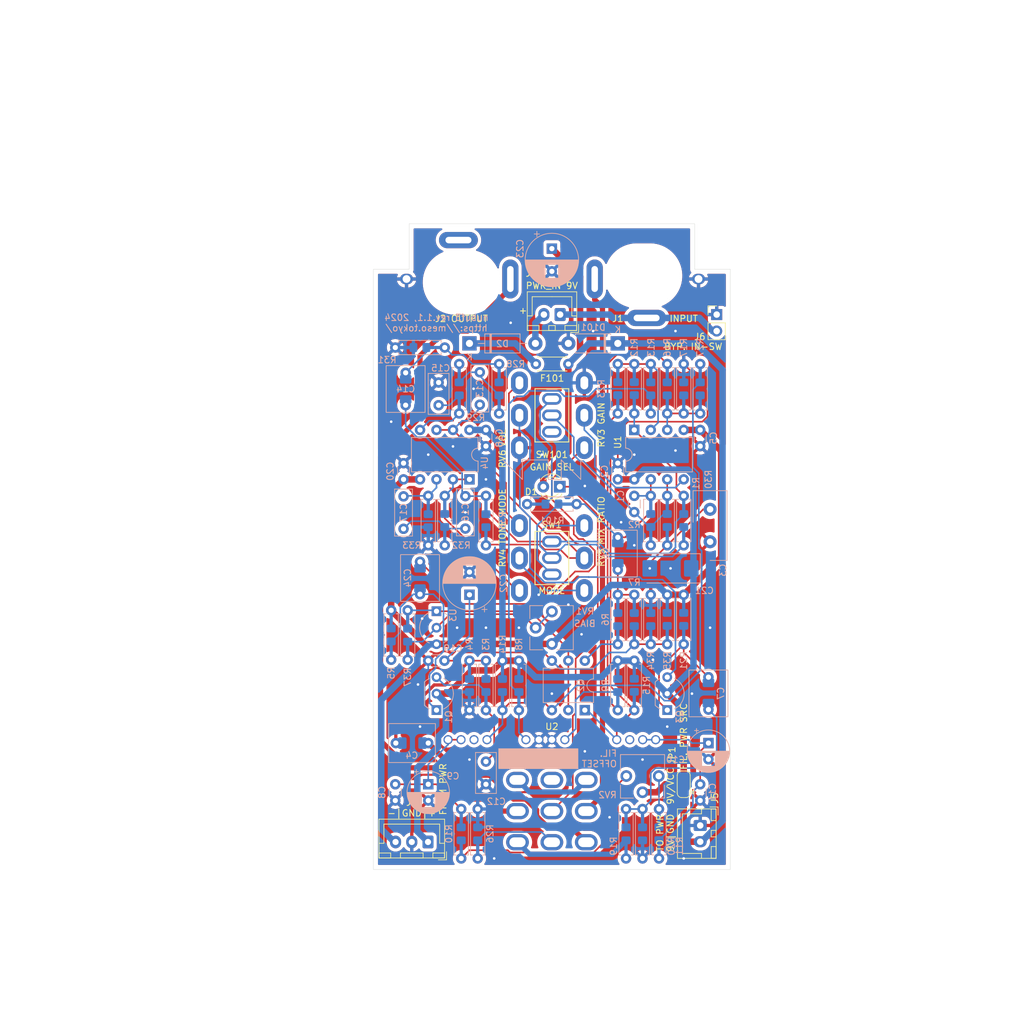
<source format=kicad_pcb>
(kicad_pcb (version 20211014) (generator pcbnew)
  (layers (0 "F.Cu" signal) (31 "B.Cu" signal) (34 "B.Paste" user) (35 "F.Paste" user) (36 "B.SilkS" user "B.Silkscreen") (37 "F.SilkS" user "F.Silkscreen") (38 "B.Mask" user) (39 "F.Mask" user) (44 "Edge.Cuts" user))
  (net 0 "")
  (net 1 "drive_output")
  (net 2 "Net-(R30-Pad2)")
  (net 3 "GND")
  (net 4 "VCC")
  (net 5 "input")
  (net 6 "Net-(C4-Pad2)")
  (net 7 "VEE")
  (net 8 "dry_signal")
  (net 9 "Net-(C6-Pad2)")
  (net 10 "Net-(C7-Pad1)")
  (net 11 "Net-(C7-Pad2)")
  (net 12 "Net-(C8-Pad1)")
  (net 13 "Net-(C10-Pad1)")
  (net 14 "HPF_OUT")
  (net 15 "Net-(RV4-Pad2)")
  (net 16 "LPF_OUT")
  (net 17 "Net-(RV3-Pad2)")
  (net 18 "GND_SW")
  (net 19 "neg_signal")
  (net 20 "Ic")
  (net 21 "pos_signal")
  (net 23 "buffered_signal")
  (net 24 "out_minus")
  (net 25 "out_plus")
  (net 26 "Net-(R10-Pad1)")
  (net 27 "Net-(R12-Pad1)")
  (net 28 "Net-(R16-Pad1)")
  (net 29 "output")
  (net 30 "Net-(Q3-Pad3)")
  (net 31 "jack_in")
  (net 32 "jack_out")
  (net 33 "raw_output")
  (net 35 "Net-(R37-Pad1)")
  (net 36 "Net-(JP1-Pad2)")
  (net 37 "Net-(R11-Pad1)")
  (net 38 "Net-(R26-Pad1)")
  (net 39 "Net-(C13-Pad1)")
  (net 40 "Net-(C14-Pad2)")
  (net 41 "Net-(C15-Pad1)")
  (net 42 "Net-(C16-Pad2)")
  (net 43 "Net-(C17-Pad2)")
  (net 44 "V_bias")
  (net 45 "Net-(C1-Pad1)")
  (net 46 "Net-(C12-Pad1)")
  (net 47 "Net-(C21-Pad2)")
  (net 48 "+9V")
  (net 49 "Net-(D2-Pad2)")
  (net 50 "Net-(D1-Pad1)")
  (net 51 "Net-(SW2-Pad1)")
  (net 52 "Net-(R101-Pad2)")
  (net 53 "Net-(C24-Pad2)")
  (net 54 "Net-(C24-Pad1)")
  (net 55 "Net-(D2-Pad1)")
  (footprint "ak_misc:MJ-187" (layer "F.Cu") (at 109.1 48 180)
    (fp_text reference "J2")
    (fp_text value "OUTPUT_JACK")
  )
  (footprint "ak_misc:POT-16mm" (layer "F.Cu") (at 105.5 91 90)
    (fp_text reference "RV4")
    (fp_text value "TONE:10k")
  )
  (footprint "ak_misc:POT-16mm" (layer "F.Cu") (at 141.5 69 -90)
    (fp_text reference "RV3")
    (fp_text value "GAIN:A10k")
  )
  (footprint "ak_misc:MJ-187" (layer "F.Cu") (at 138.1 48)
    (fp_text reference "J1")
    (fp_text value "INPUT_JACK")
  )
  (footprint "Connector_JST:JST_XH_B3B-XH-A_1x03_P2.50mm_Vertical" (layer "F.Cu") (at 104.41 134.76 180)
    (fp_text reference "J3")
    (fp_text value "FROM_DCDC")
  )
  (footprint "nutube:nutube-3x4pin" (layer "F.Cu") (at 123.5 119)
    (fp_text reference "U2")
    (fp_text value "nutube")
  )
  (footprint "ak_misc:spdt-sw-micro" (layer "F.Cu") (at 123.5 91 -90)
    (fp_text reference "SW1")
    (fp_text value "SW_SPDT:DRY_MIX")
  )
  (footprint "Connector_JST:JST_XH_B2B-XH-A_1x02_P2.50mm_Vertical" (layer "F.Cu") (at 124.77 53.48 180)
    (fp_text reference "J4")
    (fp_text value "POWER_IN")
  )
  (footprint "Connector_PinHeader_2.54mm:PinHeader_1x02_P2.54mm_Vertical" (layer "F.Cu") (at 148.9 53.48)
    (fp_text reference "J6")
    (fp_text value "PWR_SW")
  )
  (footprint "ak_misc:POT-16mm" (layer "F.Cu") (at 141.5 91 -90)
    (fp_text reference "RV5")
    (fp_text value "CUT:10k")
  )
  (footprint "Jumper:SolderJumper-3_P1.3mm_Bridged12_RoundedPad1.0x1.5mm" (layer "F.Cu") (at 143.82 125.87 90)
    (fp_text reference "JP1")
    (fp_text value "SELECT_HEATER_SRC")
  )
  (footprint "ak_misc:spdt-sw-micro" (layer "F.Cu") (at 123.5 69.01 90)
    (fp_text reference "SW101")
    (fp_text value "SW_SPDT")
  )
  (footprint "Connector_JST:JST_XH_B2B-XH-A_1x02_P2.50mm_Vertical" (layer "F.Cu") (at 146.36 132.22 -90)
    (fp_text reference "J5")
    (fp_text value "TO_DCDC")
  )
  (footprint "ak_misc:POT-16mm" (layer "F.Cu") (at 105.5 69 90)
    (fp_text reference "RV6")
    (fp_text value "OUTPUT:A10k")
  )
  (footprint "LED_THT:LED_D3.0mm" (layer "F.Cu") (at 124.719 80.01 180)
    (fp_text reference "D1")
    (fp_text value "LED")
  )
  (footprint "ak_misc:3PDT_FootSwitch" (layer "F.Cu") (at 123.5 130 -90)
    (fp_text reference "SW2")
    (fp_text value "3PDT_FootSwitch")
  )
  (footprint "Capacitor_THT:C_Disc_D4.3mm_W1.9mm_P5.00mm" (layer "F.Cu") (at 126.04 61.1 180)
    (fp_text reference "F101")
    (fp_text value "Polyfuse:0.1A")
  )
  (footprint "ak_misc:R_Axial_DIN0207_L6.3mm_D2.5mm_P7.62mm_with_SMD" (layer "B.Cu") (at 109.53 137.3 90)
    (fp_text reference "R10")
    (fp_text value "620")
  )
  (footprint "ak_misc:C_Rect_L7.2mm_W7.2mm_P5.00mm_with_SMD_3216" (layer "B.Cu") (at 100.965 67.45 90)
    (fp_text reference "C14")
    (fp_text value "1u")
  )
  (footprint "Capacitor_THT:CP_Radial_D6.3mm_P2.50mm" (layer "B.Cu") (at 147.63 119.52 -90)
    (fp_text reference "C10")
    (fp_text value "22u")
  )
  (footprint "Capacitor_THT:C_Disc_D3.0mm_W1.6mm_P2.50mm" (layer "B.Cu") (at 133.66 76.38 -90)
    (fp_text reference "C2")
    (fp_text value "0.1u")
  )
  (footprint "ak_misc:R_Axial_DIN0207_L6.3mm_D2.5mm_P7.62mm_with_SMD" (layer "B.Cu") (at 136.2 106.82 -90)
    (fp_text reference "R15")
    (fp_text value "10k")
  )
  (footprint "ak_misc:R_Axial_DIN0207_L6.3mm_D2.5mm_P7.62mm_with_SMD" (layer "B.Cu") (at 99.37 58.56)
    (fp_text reference "R31")
    (fp_text value "100k")
  )
  (footprint "Diode_THT:D_DO-41_SOD81_P7.62mm_Horizontal" (layer "B.Cu") (at 133.66 57.925 180)
    (fp_text reference "D101")
    (fp_text value "D_Zener:12V")
  )
  (footprint "Capacitor_THT:C_Disc_D3.0mm_W1.6mm_P2.50mm" (layer "B.Cu") (at 99.37 125.87 -90)
    (fp_text reference "C8")
    (fp_text value "0.1u")
  )
  (footprint "ak_misc:R_Axial_DIN0207_L6.3mm_D2.5mm_P7.62mm_with_SMD" (layer "B.Cu") (at 140.01 129.68 -90)
    (fp_text reference "R11")
    (fp_text value "620")
  )
  (footprint "Capacitor_THT:C_Rect_L7.0mm_W2.5mm_P5.00mm" (layer "B.Cu") (at 100.64 86.5 90)
    (fp_text reference "C17")
    (fp_text value "100n")
  )
  (footprint "ak_misc:C_Rect_L7.2mm_W7.2mm_P5.00mm_with_SMD_3216" (layer "B.Cu") (at 133.66 87.81 -90)
    (fp_text reference "C6")
    (fp_text value "1u")
  )
  (footprint "Package_TO_SOT_THT:TO-92_Inline_Wide" (layer "B.Cu") (at 105.72 114.44 90)
    (fp_text reference "Q1")
    (fp_text value "2SC1815")
  )
  (footprint "Capacitor_THT:CP_Radial_D8.0mm_P3.50mm" (layer "B.Cu") (at 123.5 43.32 -90)
    (fp_text reference "C23")
    (fp_text value "47u")
  )
  (footprint "Package_TO_SOT_THT:TO-92_Inline_Wide" (layer "B.Cu") (at 141.28 114.44 90)
    (fp_text reference "Q3")
    (fp_text value "2SC1815")
  )
  (footprint "Package_DIP:DIP-8_W7.62mm" (layer "B.Cu") (at 136.2 71.26 -90)
    (fp_text reference "U1")
    (fp_text value "TL072")
  )
  (footprint "ak_misc:R_Axial_DIN0207_L6.3mm_D2.5mm_P7.62mm_with_SMD" (layer "B.Cu") (at 98.735 99.06 -90)
    (fp_text reference "R5")
    (fp_text value "10k")
  )
  (footprint "ak_misc:R_Axial_DIN0207_L6.3mm_D2.5mm_P7.62mm_with_SMD" (layer "B.Cu") (at 146.36 68.72 90)
    (fp_text reference "R27")
    (fp_text value "NC")
  )
  (footprint "ak_misc:R_Axial_DIN0207_L6.3mm_D2.5mm_P7.62mm_with_SMD" (layer "B.Cu") (at 133.66 114.44 90)
    (fp_text reference "R9")
    (fp_text value "50k")
  )
  (footprint "ak_misc:C_Rect_F2D_L6.0mm_W3.0mm_P3.50mm" (layer "B.Cu") (at 113.34 122.37 -90)
    (fp_text reference "C12")
    (fp_text value "0.47n")
  )
  (footprint "ak_misc:GF063" (layer "B.Cu") (at 123.5 101.74 -90)
    (fp_text reference "RV1")
    (fp_text value "BIAS:200")
  )
  (footprint "Capacitor_THT:C_Disc_D3.0mm_W1.6mm_P2.50mm" (layer "B.Cu") (at 146.36 125.87 -90)
    (fp_text reference "C11")
    (fp_text value "0.1u")
  )
  (footprint "ak_misc:GF063" (layer "B.Cu") (at 137.47 124.6)
    (fp_text reference "RV2")
    (fp_text value "FIL_OFFSET:100R")
  )
  (footprint "Package_TO_SOT_THT:TO-92L_Inline_Wide" (layer "B.Cu") (at 105.72 99.2 -90)
    (fp_text reference "U3")
    (fp_text value "LM334Z")
  )
  (footprint "Capacitor_THT:C_Disc_D3.0mm_W1.6mm_P2.50mm" (layer "B.Cu") (at 136.2 83.92 90)
    (fp_text reference "C1")
    (fp_text value "10p")
  )
  (footprint "ak_misc:R_Axial_DIN0207_L6.3mm_D2.5mm_P7.62mm_with_SMD" (layer "B.Cu") (at 141.28 68.72 90)
    (fp_text reference "R16")
    (fp_text value "100k")
  )
  (footprint "Capacitor_THT:C_Rect_L7.0mm_W2.5mm_P5.00mm" (layer "B.Cu") (at 110.165 81.46 -90)
    (fp_text reference "C16")
    (fp_text value "100n")
  )
  (footprint "Capacitor_THT:C_Disc_D10.5mm_W5.0mm_P5.00mm" (layer "B.Cu") (at 147.884 88.492 90)
    (fp_text reference "C3")
    (fp_text value "NC")
  )
  (footprint "ak_misc:C_Rect_L7.2mm_W7.2mm_P5.00mm_with_SMD_3216" (layer "B.Cu") (at 103.18 96.58 90)
    (fp_text reference "C24")
    (fp_text value "NC")
  )
  (footprint "ak_misc:R_Axial_DIN0207_L6.3mm_D2.5mm_P7.62mm_with_SMD" (layer "B.Cu") (at 106.99 81.42 -90)
    (fp_text reference "R32")
    (fp_text value "1k")
  )
  (footprint "ak_misc:C_Rect_L7.2mm_W7.2mm_P5.00mm_with_SMD_3216" (layer "B.Cu") (at 147.63 109.36 -90)
    (fp_text reference "C7")
    (fp_text value "1u")
  )
  (footprint "ak_misc:R_Axial_DIN0207_L6.3mm_D2.5mm_P7.62mm_with_SMD" (layer "B.Cu") (at 143.82 68.72 90)
    (fp_text reference "R17")
    (fp_text value "100k")
  )
  (footprint "ak_misc:R_Axial_DIN0207_L6.3mm_D2.5mm_P7.62mm_with_SMD" (layer "B.Cu") (at 118.42 114.44 90)
    (fp_text reference "R8")
    (fp_text value "50k")
  )
  (footprint "ak_misc:R_Axial_DIN0207_L6.3mm_D2.5mm_P7.62mm_with_SMD" (layer "B.Cu") (at 138.74 68.72 90)
    (fp_text reference "R13")
    (fp_text value "100k")
  )
  (footprint "ak_misc:R_Axial_DIN0207_L6.3mm_D2.5mm_P7.62mm_with_SMD" (layer "B.Cu") (at 110.8 114.44 90)
    (fp_text reference "R4")
    (fp_text value "100k")
  )
  (footprint "Diode_THT:D_DO-41_SOD81_P10.16mm_Horizontal" (layer "B.Cu") (at 110.8 57.925)
    (fp_text reference "D2")
    (fp_text value "D_Schottky")
  )
  (footprint "Capacitor_THT:CP_Radial_D6.3mm_P2.50mm" (layer "B.Cu") (at 104.45 125.87 -90)
    (fp_text reference "C9")
    (fp_text value "22u")
  )
  (footprint "ak_misc:R_Axial_DIN0207_L6.3mm_D2.5mm_P7.62mm_with_SMD" (layer "B.Cu") (at 137.47 137.3 90)
    (fp_text reference "R20")
    (fp_text value "1M")
  )
  (footprint "ak_misc:R_Axial_DIN0207_L6.3mm_D2.5mm_P7.62mm_with_SMD" (layer "B.Cu") (at 136.2 61.1 -90)
    (fp_text reference "R12")
    (fp_text value "100k")
  )
  (footprint "ak_misc:R_Axial_DIN0207_L6.3mm_D2.5mm_P7.62mm_with_SMD" (layer "B.Cu") (at 104.45 89.04 90)
    (fp_text reference "R33")
    (fp_text value "47k")
  )
  (footprint "ak_misc:R_Axial_DIN0207_L6.3mm_D2.5mm_P7.62mm_with_SMD" (layer "B.Cu") (at 115.372 68.72 90)
    (fp_text reference "R28")
    (fp_text value "4.7k")
  )
  (footprint "ak_misc:R_Axial_DIN0207_L6.3mm_D2.5mm_P7.62mm_with_SMD" (layer "B.Cu") (at 141.28 96.66 -90)
    (fp_text reference "R35")
    (fp_text value "2k")
  )
  (footprint "ak_misc:R_Axial_DIN0207_L6.3mm_D2.5mm_P7.62mm_with_SMD" (layer "B.Cu") (at 101.275 106.68 90)
    (fp_text reference "R37")
    (fp_text value "NC")
  )
  (footprint "ak_misc:R_Axial_DIN0207_L6.3mm_D2.5mm_P7.62mm_with_SMD" (layer "B.Cu") (at 136.2 104.28 90)
    (fp_text reference "R7")
    (fp_text value "100k")
  )
  (footprint "ak_misc:R_Axial_DIN0207_L6.3mm_D2.5mm_P7.62mm_with_SMD" (layer "B.Cu") (at 115.88 114.44 90)
    (fp_text reference "R14")
    (fp_text value "10k")
  )
  (footprint "ak_misc:R_Axial_DIN0207_L6.3mm_D2.5mm_P7.62mm_with_SMD" (layer "B.Cu") (at 134.93 137.3 90)
    (fp_text reference "R19")
    (fp_text value "1k")
  )
  (footprint "ak_misc:R_Axial_DIN0207_L6.3mm_D2.5mm_P7.62mm_with_SMD" (layer "B.Cu") (at 127.31 82.69 180)
    (fp_text reference "R101")
    (fp_text value "1k")
  )
  (footprint "Capacitor_THT:C_Disc_D3.0mm_W1.6mm_P2.50mm" (layer "B.Cu") (at 100.64 76.38 -90)
    (fp_text reference "C20")
    (fp_text value "0.1u")
  )
  (footprint "ak_misc:R_Axial_DIN0207_L6.3mm_D2.5mm_P7.62mm_with_SMD" (layer "B.Cu") (at 113.34 89.04 90)
    (fp_text reference "R36")
    (fp_text value "NC")
  )
  (footprint "ak_misc:R_Axial_DIN0207_L6.3mm_D2.5mm_P7.62mm_with_SMD" (layer "B.Cu") (at 113.34 114.44 90)
    (fp_text reference "R3")
    (fp_text value "1k")
  )
  (footprint "ak_misc:R_Axial_DIN0207_L6.3mm_D2.5mm_P7.62mm_with_SMD" (layer "B.Cu") (at 138.74 104.28 90)
    (fp_text reference "R34")
    (fp_text value "10k")
  )
  (footprint "ak_misc:R_Axial_DIN0207_L6.3mm_D2.5mm_P7.62mm_with_SMD" (layer "B.Cu") (at 138.74 81.42 -90)
    (fp_text reference "R2")
    (fp_text value "20k")
  )
  (footprint "ak_misc:C_Rect_L7.2mm_W7.2mm_P5.00mm_with_SMD_3216" (layer "B.Cu") (at 104.45 119.52 180)
    (fp_text reference "C4")
    (fp_text value "1u")
  )
  (footprint "ak_misc:R_Axial_DIN0207_L6.3mm_D2.5mm_P7.62mm_with_SMD" (layer "B.Cu") (at 141.28 81.42 -90)
    (fp_text reference "R1")
    (fp_text value "1k")
  )
  (footprint "Capacitor_THT:CP_Radial_D8.0mm_P3.50mm" (layer "B.Cu") (at 110.8 96.66 90)
    (fp_text reference "C22")
    (fp_text value "47u")
  )
  (footprint "ak_misc:R_Axial_DIN0207_L6.3mm_D2.5mm_P7.62mm_with_SMD" (layer "B.Cu") (at 112.07 137.3 90)
    (fp_text reference "R26")
    (fp_text value "10k")
  )
  (footprint "ak_misc:C_Rect_F2D_L6.0mm_W3.0mm_P3.50mm" (layer "B.Cu") (at 106.045 67.45 90)
    (fp_text reference "C15")
    (fp_text value "3.3n")
  )
  (footprint "ak_misc:R_Axial_DIN0207_L6.3mm_D2.5mm_P7.62mm_with_SMD" (layer "B.Cu") (at 109.22 68.72 90)
    (fp_text reference "R29")
    (fp_text value "4.7k")
  )
  (footprint "ak_misc:R_Axial_DIN0207_L6.3mm_D2.5mm_P7.62mm_with_SMD" (layer "B.Cu") (at 133.66 61.1 -90)
    (fp_text reference "R23")
    (fp_text value "NC")
  )
  (footprint "Capacitor_THT:C_Rect_L7.0mm_W2.5mm_P5.00mm" (layer "B.Cu") (at 112.395 62.37 -90)
    (fp_text reference "C13")
    (fp_text value "100n")
  )
  (footprint "Package_DIP:DIP-8_W7.62mm" (layer "B.Cu") (at 110.8 78.88 90)
    (fp_text reference "U4")
    (fp_text value "TL072")
  )
  (footprint "Capacitor_THT:C_Disc_D3.0mm_W1.6mm_P2.50mm" (layer "B.Cu") (at 104.45 106.82)
    (fp_text reference "C19")
    (fp_text value "0.1u")
  )
  (footprint "Capacitor_Tantalum_SMD:CP_EIA-7343-15_Kemet-W_Pad2.25x2.55mm_HandSolder" (layer "B.Cu") (at 141.788 92.596 180)
    (fp_text reference "C21")
    (fp_text value "47u")
  )
  (footprint "Capacitor_THT:C_Disc_D3.0mm_W1.6mm_P2.50mm" (layer "B.Cu") (at 146.36 73.76 90)
    (fp_text reference "C5")
    (fp_text value "0.1u")
  )
  (footprint "ak_misc:R_Axial_DIN0207_L6.3mm_D2.5mm_P7.62mm_with_SMD" (layer "B.Cu") (at 143.82 81.42 -90)
    (fp_text reference "R30")
    (fp_text value "NC")
  )
  (footprint "Capacitor_THT:C_Disc_D3.0mm_W1.6mm_P2.50mm" (layer "B.Cu") (at 113.34 73.76 90)
    (fp_text reference "C18")
    (fp_text value "0.1u")
  )
  (footprint "ak_misc:R_Axial_DIN0207_L6.3mm_D2.5mm_P7.62mm_with_SMD" (layer "B.Cu") (at 133.66 104.28 90)
    (fp_text reference "R6")
    (fp_text value "1k")
  )
  (footprint "Package_DIP:DIP-6_W7.62mm" (layer "B.Cu") (at 128.58 114.44 90)
    (fp_text reference "Q2")
    (fp_text value "2SK2145")
  )
  (footprint "ak_misc:R_Axial_DIN0207_L6.3mm_D2.5mm_P7.62mm_with_SMD" (layer "B.Cu") (at 143.82 96.66 -90)
    (fp_text reference "R21")
    (fp_text value "10k")
  )
  (gr_line (start 130.945 78.88) (end 127.945 75.88) (layer "B.SilkS") (width 0.12))
  (gr_line (start 127.945 78.88) (end 124.945 75.88) (layer "B.SilkS") (width 0.12))
  (gr_line (start 118.945 75.88) (end 118.945 78.88) (layer "B.SilkS") (width 0.12))
  (gr_line (start 118.945 78.88) (end 115.945 75.88) (layer "B.SilkS") (width 0.12))
  (gr_line (start 124.945 78.88) (end 122.945 78.88) (layer "B.SilkS") (width 0.12))
  (gr_line (start 127.945 75.88) (end 127.945 78.88) (layer "B.SilkS") (width 0.12))
  (gr_line (start 122.945 78.88) (end 122.945 75.88) (layer "B.SilkS") (width 0.12))
  (gr_line (start 122.945 75.88) (end 118.945 75.88) (layer "B.SilkS") (width 0.12))
  (gr_line (start 124.945 75.88) (end 124.945 78.88) (layer "B.SilkS") (width 0.12))
  (gr_rect (start 115.316 120.396) (end 127.508 123.444) (layer "B.SilkS") (width 0.12) (fill solid))
  (gr_line locked (start 151 46.5) (end 145.5 46.5) (layer "Edge.Cuts") (width 0.05))
  (gr_line locked (start 151 139) (end 151 46.5) (layer "Edge.Cuts") (width 0.05))
  (gr_line locked (start 101.5 39.5) (end 101.5 46.5) (layer "Edge.Cuts") (width 0.05))
  (gr_line locked (start 96 139) (end 151 139) (layer "Edge.Cuts") (width 0.05))
  (gr_line locked (start 101.5 46.5) (end 96 46.5) (layer "Edge.Cuts") (width 0.05))
  (gr_line locked (start 96 46.5) (end 96 139) (layer "Edge.Cuts") (width 0.05))
  (gr_line locked (start 145.5 46.5) (end 145.5 39.5) (layer "Edge.Cuts") (width 0.05))
  (gr_line locked (start 145.5 39.5) (end 101.5 39.5) (layer "Edge.Cuts") (width 0.05))
  (gr_text "nubuf3 rev.1.1, 2024\nhttps://meso.tokyo/\n" (at 105.72 54.75) (layer "B.SilkS") (effects (font (size 1 1)) (justify mirror)))
  (gr_text "BIAS" (at 128.58 101.105) (layer "B.SilkS") (effects (font (size 1 1)) (justify mirror)))
  (gr_text "FIL.\nOFFSET" (at 133.604 121.92) (layer "B.SilkS") (effects (font (size 1 1)) (justify left mirror)))
  (gr_text "MIX RATIO" (at 131.12 85.23 90) (layer "F.SilkS") (effects (font (size 1 1))))
  (gr_text "MODE" (at 123.5 96.025) (layer "F.SilkS") (effects (font (size 1 1))))
  (gr_text "OUTPUT" (at 110.8 54.115) (layer "F.SilkS") (effects (font (size 1 1))))
  (gr_text "TO PWR\n9V|GND" (at 140.97 133.35 90) (layer "F.SilkS") (effects (font (size 1 1))))
  (gr_text "TONE MODE" (at 115.88 84.595 90) (layer "F.SilkS") (effects (font (size 1 1))))
  (gr_text "FROM PWR\n" (at 106.736 126.632 90) (layer "F.SilkS") (effects (font (size 1 1))))
  (gr_text "GAIN SEL" (at 123.5 76.975) (layer "F.SilkS") (effects (font (size 1 1))))
  (gr_text "PWR_IN 9V" (at 123.5 49.035) (layer "F.SilkS") (effects (font (size 1 1))))
  (gr_text "VOL" (at 115.88 72.53 90) (layer "F.SilkS") (effects (font (size 1 1))))
  (gr_text "BYP. IN-SW" (at 145.288 58.42) (layer "F.SilkS") (effects (font (size 1 1))))
  (gr_text "9V/VCC" (at 141.788 126.124 90) (layer "F.SilkS") (effects (font (size 1 1))))
  (gr_text "+" (at 119.055 52.845) (layer "F.SilkS") (effects (font (size 1 1))))
  (gr_text "-|GND|+" (at 101.91 130.315) (layer "F.SilkS") (effects (font (size 1 1))))
  (gr_text "GAIN" (at 131.12 68.72 90) (layer "F.SilkS") (effects (font (size 1 1))))
  (gr_text "INPUT" (at 143.82 54.115) (layer "F.SilkS") (effects (font (size 1 1))))
  (gr_text "FIL. PWR SRC" (at 143.82 118.504 90) (layer "F.SilkS") (effects (font (size 1 1))))
  (segment (start 118.211903 88.46) (end 123.5 88.46) (width 0.25) (layer "F.Cu") (net 1))
  (segment (start 113.34 81.42) (end 113.34 83.588097) (width 0.25) (layer "F.Cu") (net 1))
  (segment (start 113.34 83.588097) (end 118.211903 88.46) (width 0.25) (layer "F.Cu") (net 1))
  (segment (start 142.695 77.755) (end 142.695 80.295) (width 0.25) (layer "F.Cu") (net 1))
  (segment (start 142.695 80.295) (end 143.82 81.42) (width 0.25) (layer "F.Cu") (net 1))
  (segment (start 136.2 71.26) (end 142.695 77.755) (width 0.25) (layer "F.Cu") (net 1))
  (segment (start 141.600991 90.31) (end 142.55 89.360991) (width 0.25) (layer "B.Cu") (net 1))
  (segment (start 100.965 70.635991) (end 102.714009 72.385) (width 0.25) (layer "B.Cu") (net 1))
  (segment (start 109.675 80.97) (end 110.165 81.46) (width 0.25) (layer "B.Cu") (net 1))
  (segment (start 113.3 81.46) (end 113.34 81.42) (width 0.25) (layer "B.Cu") (net 1))
  (segment (start 130.54 88.46) (end 132.39 90.31) (width 0.25) (layer "B.Cu") (net 1))
  (segment (start 100.965 67.45) (end 100.965 70.635991) (width 0.25) (layer "B.Cu") (net 1))
  (segment (start 110.165 81.46) (end 113.3 81.46) (width 0.25) (layer "B.Cu") (net 1))
  (segment (start 136.2 71.26) (end 136.2 68.72) (width 0.25) (layer "B.Cu") (net 1))
  (segment (start 142.55 89.360991) (end 142.55 85.484) (width 0.25) (layer "B.Cu") (net 1))
  (segment (start 142.55 85.484) (end 143.82 84.214) (width 0.25) (layer "B.Cu") (net 1))
  (segment (start 109.675 77.925) (end 109.675 80.97) (width 0.25) (layer "B.Cu") (net 1))
  (segment (start 132.39 90.31) (end 141.600991 90.31) (width 0.25) (layer "B.Cu") (net 1))
  (segment (start 104.135 72.385) (end 109.675 77.925) (width 0.25) (layer "B.Cu") (net 1))
  (segment (start 123.5 88.46) (end 130.54 88.46) (width 0.25) (layer "B.Cu") (net 1))
  (segment (start 102.714009 72.385) (end 104.135 72.385) (width 0.25) (layer "B.Cu") (net 1))
  (segment (start 132.203604 90.76) (end 142.1 90.76) (width 0.25) (layer "B.Cu") (net 2))
  (segment (start 125.575 88.925) (end 130.368604 88.925) (width 0.25) (layer "B.Cu") (net 2))
  (segment (start 123.5 91) (end 125.575 88.925) (width 0.25) (layer "B.Cu") (net 2))
  (segment (start 122.73 86) (end 128.5 86) (width 0.25) (layer "B.Cu") (net 2))
  (segment (start 142.1 90.76) (end 143.82 89.04) (width 0.25) (layer "B.Cu") (net 2))
  (segment (start 121.675 89.175) (end 121.675 87.055) (width 0.25) (layer "B.Cu") (net 2))
  (segment (start 123.5 91) (end 121.675 89.175) (width 0.25) (layer "B.Cu") (net 2))
  (segment (start 121.675 87.055) (end 122.73 86) (width 0.25) (layer "B.Cu") (net 2))
  (segment (start 130.368604 88.925) (end 132.203604 90.76) (width 0.25) (layer "B.Cu") (net 2))
  (segment (start 133.66 71.55) (end 133.66 76.38) (width 0.25) (layer "F.Cu") (net 3))
  (segment (start 135.22 69.99) (end 133.66 71.55) (width 0.25) (layer "F.Cu") (net 3))
  (segment (start 146.680991 69.99) (end 135.22 69.99) (width 0.25) (layer "F.Cu") (net 3))
  (segment (start 143.82 61.1) (end 147.485 64.765) (width 0.25) (layer "F.Cu") (net 3))
  (segment (start 147.485 69.185991) (end 146.680991 69.99) (width 0.25) (layer "F.Cu") (net 3))
  (segment (start 147.485 64.765) (end 147.485 69.185991) (width 0.25) (layer "F.Cu") (net 3))
  (via (at 108.26 73.8) (size 0.8) (drill 0.4) (layers "F.Cu" "B.Cu") (net 3))
  (via (at 128.072 102.756) (size 0.8) (drill 0.4) (layers "F.Cu" "B.Cu") (net 3))
  (via (at 111.435 64.91) (size 0.8) (drill 0.4) (layers "F.Cu" "B.Cu") (net 3))
  (via (at 145.09 111.9) (size 0.8) (drill 0.4) (layers "F.Cu" "B.Cu") (net 3))
  (via (at 137.47 122.06) (size 0.8) (drill 0.4) (layers "F.Cu" "B.Cu") (net 3))
  (via (at 103.18 116.98) (size 0.8) (drill 0.4) (layers "F.Cu" "B.Cu") (net 3))
  (via (at 98.735 69.99) (size 0.8) (drill 0.4) (layers "F.Cu" "B.Cu") (net 3))
  (via (at 129.85 56.02) (size 0.8) (drill 0.4) (layers "F.Cu" "B.Cu") (net 3))
  (via (at 141.788 92.596) (size 0.8) (drill 0.4) (layers "F.Cu" "B.Cu") (net 3))
  (via (at 108.895 101.74) (size 0.8) (drill 0.4) (layers "F.Cu" "B.Cu") (net 3))
  (via (at 128.58 120.79) (size 0.8) (drill 0.4) (layers "F.Cu" "B.Cu") (net 3))
  (via (at 136.2 89.04) (size 0.8) (drill 0.4) (layers "F.Cu" "B.Cu") (net 3))
  (via (at 128.58 79.896) (size 0.8) (drill 0.4) (layers "F.Cu" "B.Cu") (net 3))
  (via (at 141.28 116.98) (size 0.8) (drill 0.4) (layers "F.Cu" "B.Cu") (net 3))
  (via (at 103.505 100.33) (size 0.8) (drill 0.4) (layers "F.Cu" "B.Cu") (net 3))
  (via (at 132.39 130.95) (size 0.8) (drill 0.4) (layers "F.Cu" "B.Cu") (net 3))
  (via (at 118.42 101.74) (size 0.8) (drill 0.4) (layers "F.Cu" "B.Cu") (net 3))
  (via (at 121.468 96.66) (size 0.8) (drill 0.4) (layers "F.Cu" "B.Cu") (net 3))
  (via (at 110.8 122.06) (size 0.8) (drill 0.4) (layers "F.Cu" "B.Cu") (net 3))
  (via (at 113.34 101.74) (size 0.8) (drill 0.4) (layers "F.Cu" "B.Cu") (net 3))
  (via (at 117.15 54.75) (size 0.8) (drill 0.4) (layers "F.Cu" "B.Cu") (net 3))
  (via (at 134.168 85.484) (size 0.8) (drill 0.4) (layers "F.Cu" "B.Cu") (net 3))
  (via (at 136.2 75.07) (size 0.8) (drill 0.4) (layers "F.Cu" "B.Cu") (net 3))
  (via (at 104.45 75.07) (size 0.8) (drill 0.4) (layers "F.Cu" "B.Cu") (net 3))
  (via (at 147.884 101.74) (size 0.8) (drill 0.4) (layers "F.Cu" "B.Cu") (net 3))
  (via (at 139.065 106.68) (size 0.8) (drill 0.4) (layers "F.Cu" "B.Cu") (net 3))
  (via (at 114.61 137.3) (size 0.8) (drill 0.4) (layers "F.Cu" "B.Cu") (net 3))
  (via (at 121.976 75.07) (size 0.8) (drill 0.4) (layers "F.Cu" "B.Cu") (net 3))
  (via (at 102.87 110.49) (size 0.8) (drill 0.4) (layers "F.Cu" "B.Cu") (net 3))
  (via (at 142.55 56.02) (size 0.8) (drill 0.4) (layers "F.Cu" "B.Cu") (net 3))
  (via (at 126.04 98.184) (size 0.8) (drill 0.4) (layers "F.Cu" "B.Cu") (net 3))
  (via (at 143.82 137.3) (size 0.8) (drill 0.4) (layers "F.Cu" "B.Cu") (net 3))
  (via (at 113.34 78.88) (size 0.8) (drill 0.4) (layers "F.Cu" "B.Cu") (net 3))
  (via (at 110.165 83.96) (size 0.8) (drill 0.4) (layers "F.Cu" "B.Cu") (net 3))
  (via (at 142.55 74.435) (size 0.8) (drill 0.4) (layers "F.Cu" "B.Cu") (net 3))
  (via (at 123.5 111.9) (size 0.8) (drill 0.4) (layers "F.Cu" "B.Cu") (net 3))
  (segment (start 104.45 106.82) (end 104.45 108.275) (width 0.25) (layer "B.Cu") (net 3))
  (segment (start 102.87 109.855) (end 102.87 110.49) (width 0.25) (layer "B.Cu") (net 3))
  (segment (start 104.45 108.275) (end 102.87 109.855) (width 0.25) (layer "B.Cu") (net 3))
  (segment (start 133.66 78.88) (end 136.2 78.88) (width 1) (layer "F.Cu") (net 4))
  (segment (start 107.556 111.9) (end 105.72 111.9) (width 1) (layer "F.Cu") (net 4))
  (segment (start 143.82 114.44) (end 143.82 124.57) (width 1) (layer "F.Cu") (net 4))
  (segment (start 114.38 108.32) (end 111.136 108.32) (width 1) (layer "F.Cu") (net 4))
  (segment (start 141.28 111.9) (end 143.82 114.44) (width 1) (layer "F.Cu") (net 4))
  (segment (start 111.136 108.32) (end 107.556 111.9) (width 1) (layer "F.Cu") (net 4))
  (segment (start 115.88 106.82) (end 114.38 108.32) (width 1) (layer "F.Cu") (net 4))
  (segment (start 118.42 106.82) (end 115.88 106.82) (width 1) (layer "F.Cu") (net 4))
  (segment (start 105.95 118.570101) (end 105.95 120.141321) (width 1) (layer "B.Cu") (net 4))
  (segment (start 107.17 117.350101) (end 105.95 118.570101) (width 1) (layer "B.Cu") (net 4))
  (segment (start 105.95 120.141321) (end 102.761321 123.33) (width 1) (layer "B.Cu") (net 4))
  (segment (start 120.96 109.36) (end 118.42 106.82) (width 1) (layer "B.Cu") (net 4))
  (segment (start 145.32 78.258679) (end 145.32 100.24) (width 1) (layer "B.Cu") (net 4))
  (segment (start 131.12 109.36) (end 120.96 109.36) (width 1) (layer "B.Cu") (net 4))
  (segment (start 115.88 73.8) (end 113.34 71.26) (width 1) (layer "B.Cu") (net 4))
  (segment (start 102.761321 133.111321) (end 104.41 134.76) (width 1) (layer "B.Cu") (net 4))
  (segment (start 102.761321 123.33) (end 102.761321 133.111321) (width 1) (layer "B.Cu") (net 4))
  (segment (start 136.2 106.82) (end 133.66 106.82) (width 1) (layer "B.Cu") (net 4))
  (segment (start 136.2 78.88) (end 137.7 77.38) (width 1) (layer "B.Cu") (net 4))
  (segment (start 144.441321 77.38) (end 145.32 78.258679) (width 1) (layer "B.Cu") (net 4))
  (segment (start 133.66 106.82) (end 131.12 109.36) (width 1) (layer "B.Cu") (net 4))
  (segment (start 105.72 111.9) (end 107.17 113.35) (width 1) (layer "B.Cu") (net 4))
  (segment (start 145.32 107.86) (end 141.28 111.9) (width 1) (layer "B.Cu") (net 4))
  (segment (start 115.88 106.82) (end 115.88 73.8) (width 1) (layer "B.Cu") (net 4))
  (segment (start 113.34 71.26) (end 110.8 71.26) (width 1) (layer "B.Cu") (net 4))
  (segment (start 107.17 113.35) (end 107.17 117.350101) (width 1) (layer "B.Cu") (net 4))
  (segment (start 141.28 111.9) (end 136.2 106.82) (width 1) (layer "B.Cu") (net 4))
  (segment (start 137.7 77.38) (end 144.441321 77.38) (width 1) (layer "B.Cu") (net 4))
  (segment (start 145.32 100.24) (end 145.32 107.86) (width 1) (layer "B.Cu") (net 4))
  (segment (start 117.599899 128.15) (end 119.466295 128.15) (width 0.8) (layer "F.Cu") (net 5))
  (segment (start 121.15 129.833705) (end 121.15 130.766295) (width 0.8) (layer "F.Cu") (net 5))
  (segment (start 122.603705 132.22) (end 126.22 132.22) (width 0.8) (layer "F.Cu") (net 5))
  (segment (start 109.4 124.47) (end 113.919899 124.47) (width 0.8) (layer "F.Cu") (net 5))
  (segment (start 121.15 130.766295) (end 122.603705 132.22) (width 0.8) (layer "F.Cu") (net 5))
  (segment (start 119.466295 128.15) (end 121.15 129.833705) (width 0.8) (layer "F.Cu") (net 5))
  (segment (start 104.45 119.52) (end 109.4 124.47) (width 0.8) (layer "F.Cu") (net 5))
  (segment (start 113.919899 124.47) (end 117.599899 128.15) (width 0.8) (layer "F.Cu") (net 5))
  (segment (start 126.22 132.22) (end 128.8 134.8) (width 0.8) (layer "F.Cu") (net 5))
  (segment (start 110.8 106.82) (end 113.34 106.82) (width 0.25) (layer "F.Cu") (net 6))
  (segment (start 99.45 116.472943) (end 105.362943 110.56) (width 0.5) (layer "F.Cu") (net 6))
  (segment (start 107.06 110.56) (end 110.8 106.82) (width 0.5) (layer "F.Cu") (net 6))
  (segment (start 105.362943 110.56) (end 107.06 110.56) (width 0.5) (layer "F.Cu") (net 6))
  (segment (start 99.45 119.52) (end 99.45 116.472943) (width 0.5) (layer "F.Cu") (net 6))
  (segment (start 105.76 104.24) (end 105.72 104.28) (width 1) (layer "F.Cu") (net 7))
  (segment (start 123.5 104.24) (end 105.76 104.24) (width 1) (layer "F.Cu") (net 7))
  (segment (start 103.955 104.28) (end 98.735 99.06) (width 1) (layer "F.Cu") (net 7))
  (segment (start 100.64 78.88) (end 103.18 78.88) (width 1) (layer "F.Cu") (net 7))
  (segment (start 146.36 71.26) (end 143.82 71.26) (width 1) (layer "F.Cu") (net 7))
  (segment (start 141.28 96.66) (end 143.82 96.66) (width 1) (layer "F.Cu") (net 7))
  (segment (start 105.72 104.28) (end 103.955 104.28) (width 1) (layer "F.Cu") (net 7))
  (segment (start 149.584 90.896) (end 149.584 74.484) (width 1) (layer "F.Cu") (net 7))
  (segment (start 98.735 99.06) (end 98.735 80.785) (width 1) (layer "F.Cu") (net 7))
  (segment (start 149.584 74.484) (end 146.36 71.26) (width 1) (layer "F.Cu") (net 7))
  (segment (start 98.735 80.785) (end 100.64 78.88) (width 1) (layer "F.Cu") (net 7))
  (segment (start 143.82 96.66) (end 149.584 90.896) (width 1) (layer "F.Cu") (net 7))
  (segment (start 132.62 95.16) (end 123.54 104.24) (width 1) (layer "B.Cu") (net 7))
  (segment (start 141.28 96.66) (end 139.78 95.16) (width 1) (layer "B.Cu") (net 7))
  (segment (start 139.78 95.16) (end 132.62 95.16) (width 1) (layer "B.Cu") (net 7))
  (segment (start 102.775 106.16434) (end 102.775 107.301321) (width 1) (layer "B.Cu") (net 7))
  (segment (start 105.72 104.28) (end 104.65934 104.28) (width 1) (layer "B.Cu") (net 7))
  (segment (start 104.65934 104.28) (end 102.775 106.16434) (width 1) (layer "B.Cu") (net 7))
  (segment (start 99.2 134.76) (end 99.41 134.76) (width 1) (layer "B.Cu") (net 7))
  (segment (start 97.2 132.76) (end 99.2 134.76) (width 1) (layer "B.Cu") (net 7))
  (segment (start 97.2 112.876321) (end 97.2 132.76) (width 1) (layer "B.Cu") (net 7))
  (segment (start 102.775 107.301321) (end 97.2 112.876321) (width 1) (layer "B.Cu") (net 7))
  (segment (start 123.54 104.24) (end 123.5 104.24) (width 1) (layer "B.Cu") (net 7))
  (segment (start 138.74 78.88) (end 138.74 81.42) (width 0.25) (layer "F.Cu") (net 8))
  (segment (start 134.79137 87.81) (end 133.66 87.81) (width 0.25) (layer "F.Cu") (net 8))
  (segment (start 138.74 83.86137) (end 134.79137 87.81) (width 0.25) (layer "F.Cu") (net 8))
  (segment (start 138.74 81.42) (end 138.74 83.86137) (width 0.25) (layer "F.Cu") (net 8))
  (segment (start 121.225 85.981) (end 121.225 91.265) (width 0.25) (layer "B.Cu") (net 8))
  (segment (start 138.74 81.42) (end 136.2 81.42) (width 0.25) (layer "B.Cu") (net 8))
  (segment (start 121.225 91.265) (end 123.5 93.54) (width 0.25) (layer "B.Cu") (net 8))
  (segment (start 124.516 82.69) (end 121.225 85.981) (width 0.25) (layer "B.Cu") (net 8))
  (segment (start 127.31 82.69) (end 128.54 82.69) (width 0.25) (layer "B.Cu") (net 8))
  (segment (start 128.54 82.69) (end 133.66 87.81) (width 0.25) (layer "B.Cu") (net 8))
  (segment (start 133.66 92.81) (end 133.66 96.66) (width 0.25) (layer "F.Cu") (net 9))
  (segment (start 133.66 96.66) (end 136.2 96.66) (width 0.25) (layer "F.Cu") (net 9))
  (segment (start 143.82 104.28) (end 143.82 105.55) (width 0.25) (layer "F.Cu") (net 10))
  (segment (start 140.01 108.09) (end 140.01 113.17) (width 0.25) (layer "F.Cu") (net 10))
  (segment (start 143.82 105.55) (end 147.63 109.36) (width 0.25) (layer "F.Cu") (net 10))
  (segment (start 140.01 113.17) (end 141.28 114.44) (width 0.25) (layer "F.Cu") (net 10))
  (segment (start 143.82 104.28) (end 140.01 108.09) (width 0.25) (layer "F.Cu") (net 10))
  (segment (start 148.9 115.63) (end 148.9 122.340991) (width 0.25) (layer "B.Cu") (net 11))
  (segment (start 147.63 114.36) (end 148.9 115.63) (width 0.25) (layer "B.Cu") (net 11))
  (segment (start 139.462588 123.375) (end 138.74 124.097588) (width 0.25) (layer "B.Cu") (net 11))
  (segment (start 138.74 128.41) (end 137.47 129.68) (width 0.25) (layer "B.Cu") (net 11))
  (segment (start 147.865991 123.375) (end 139.462588 123.375) (width 0.25) (layer "B.Cu") (net 11))
  (segment (start 138.74 124.097588) (end 138.74 128.41) (width 0.25) (layer "B.Cu") (net 11))
  (segment (start 137.47 129.68) (end 134.93 129.68) (width 0.25) (layer "B.Cu") (net 11))
  (segment (start 148.9 122.340991) (end 147.865991 123.375) (width 0.25) (layer "B.Cu") (net 11))
  (segment (start 105.72 125.87) (end 109.53 129.68) (width 0.25) (layer "F.Cu") (net 12))
  (segment (start 99.37 125.87) (end 105.72 125.87) (width 0.25) (layer "F.Cu") (net 12))
  (segment (start 109.5 119) (end 107.5 119) (width 0.25) (layer "F.Cu") (net 12))
  (segment (start 107.5 119.758047) (end 104.45 122.808047) (width 0.25) (layer "B.Cu") (net 12))
  (segment (start 104.45 122.808047) (end 104.45 125.87) (width 0.25) (layer "B.Cu") (net 12))
  (segment (start 107.5 119) (end 107.5 119.758047) (width 0.25) (layer "B.Cu") (net 12))
  (segment (start 146.36 120.79) (end 146.36 125.87) (width 0.25) (layer "F.Cu") (net 13))
  (segment (start 147.63 119.52) (end 146.36 120.79) (width 0.25) (layer "F.Cu") (net 13))
  (segment (start 145.235 126.995) (end 145.235 129.249) (width 0.25) (layer "B.Cu") (net 13))
  (segment (start 139.5 119) (end 144.57 119) (width 0.25) (layer "B.Cu") (net 13))
  (segment (start 146.36 125.87) (end 145.235 126.995) (width 0.25) (layer "B.Cu") (net 13))
  (segment (start 144.57 119) (end 145.09 119.52) (width 0.25) (layer "B.Cu") (net 13))
  (segment (start 137.5 119) (end 139.5 119) (width 0.25) (layer "B.Cu") (net 13))
  (segment (start 145.09 119.52) (end 147.63 119.52) (width 0.25) (layer "B.Cu") (net 13))
  (segment (start 145.235 129.249) (end 140.01 134.474) (width 0.25) (layer "B.Cu") (net 13))
  (segment (start 106.99 81.42) (end 106.99 84.875991) (width 0.25) (layer "F.Cu") (net 14))
  (segment (start 108.26 78.88) (end 110.8 78.88) (width 0.25) (layer "F.Cu") (net 14))
  (segment (start 106.99 84.875991) (end 118.114009 96) (width 0.25) (layer "F.Cu") (net 14))
  (segment (start 118.114009 96) (end 118.5 96) (width 0.25) (layer "F.Cu") (net 14))
  (segment (start 108.26 80.15) (end 106.99 81.42) (width 0.25) (layer "B.Cu") (net 14))
  (segment (start 108.26 78.88) (end 108.26 80.15) (width 0.25) (layer "B.Cu") (net 14))
  (segment (start 122.67 96) (end 118.5 91.83) (width 0.25) (layer "B.Cu") (net 15))
  (segment (start 118.5 91.83) (end 118.5 91) (width 0.25) (layer "B.Cu") (net 15))
  (segment (start 128.5 96) (end 122.67 96) (width 0.25) (layer "B.Cu") (net 15))
  (segment (start 116.425 83.925) (end 118.5 86) (width 0.25) (layer "F.Cu") (net 16))
  (segment (start 105.72 71.26) (end 108.26 71.26) (width 0.25) (layer "F.Cu") (net 16))
  (segment (start 108.26 71.26) (end 116.425 79.425) (width 0.25) (layer "F.Cu") (net 16))
  (segment (start 116.425 79.425) (end 116.425 83.925) (width 0.25) (layer "F.Cu") (net 16))
  (segment (start 108.26 71.26) (end 109.67 69.85) (width 0.25) (layer "B.Cu") (net 16))
  (segment (start 110.49 69.85) (end 112.395 67.945) (width 0.25) (layer "B.Cu") (net 16))
  (segment (start 109.67 69.85) (end 110.49 69.85) (width 0.25) (layer "B.Cu") (net 16))
  (segment (start 112.395 67.945) (end 112.395 67.37) (width 0.25) (layer "B.Cu") (net 16))
  (segment (start 130.125 72.876903) (end 128.5 71.251903) (width 0.25) (layer "B.Cu") (net 17))
  (segment (start 142.55 80.15) (end 133.339009 80.15) (width 0.25) (layer "B.Cu") (net 17))
  (segment (start 130.125 76.935991) (end 130.125 72.876903) (width 0.25) (layer "B.Cu") (net 17))
  (segment (start 143.82 78.88) (end 142.55 80.15) (width 0.25) (layer "B.Cu") (net 17))
  (segment (start 133.339009 80.15) (end 130.125 76.935991) (width 0.25) (layer "B.Cu") (net 17))
  (segment (start 128.5 71.251903) (end 128.5 69) (width 0.25) (layer "B.Cu") (net 17))
  (segment (start 132.39 53.48) (end 124.77 53.48) (width 1) (layer "B.Cu") (net 18))
  (segment (start 132.91 54) (end 132.39 53.48) (width 1) (layer "B.Cu") (net 18))
  (segment (start 146.245 54) (end 132.91 54) (width 1) (layer "B.Cu") (net 18))
  (segment (start 148.265 56.02) (end 146.245 54) (width 1) (layer "B.Cu") (net 18))
  (segment (start 148.9 56.02) (end 148.265 56.02) (width 1) (layer "B.Cu") (net 18))
  (segment (start 133.5 117.14) (end 133.5 119) (width 0.25) (layer "F.Cu") (net 19))
  (segment (start 132.535 69.845) (end 132.535 110.775) (width 0.25) (layer "F.Cu") (net 19))
  (segment (start 132.535 110.775) (end 136.2 114.44) (width 0.25) (layer "F.Cu") (net 19))
  (segment (start 133.66 68.72) (end 132.535 69.845) (width 0.25) (layer "F.Cu") (net 19))
  (segment (start 136.2 114.44) (end 133.5 117.14) (width 0.25) (layer "F.Cu") (net 19))
  (segment (start 128.94 114.44) (end 128.58 114.44) (width 0.25) (layer "B.Cu") (net 19))
  (segment (start 133.5 119) (end 128.94 114.44) (width 0.25) (layer "B.Cu") (net 19))
  (segment (start 126.04 105.047588) (end 120.192412 99.2) (width 0.25) (layer "F.Cu") (net 20))
  (segment (start 126.04 114.44) (end 126.04 106.82) (width 0.25) (layer "F.Cu") (net 20))
  (segment (start 126.04 106.82) (end 126.04 105.047588) (width 0.25) (layer "F.Cu") (net 20))
  (segment (start 120.192412 99.2) (end 105.72 99.2) (width 0.25) (layer "F.Cu") (net 20))
  (segment (start 105.58 99.06) (end 105.72 99.2) (width 0.25) (layer "B.Cu") (net 20))
  (segment (start 101.275 99.06) (end 105.58 99.06) (width 0.25) (layer "B.Cu") (net 20))
  (segment (start 122.375 113.315) (end 117.005 113.315) (width 0.25) (layer "F.Cu") (net 21))
  (segment (start 123.5 114.44) (end 122.375 113.315) (width 0.25) (layer "F.Cu") (net 21))
  (segment (start 117.005 113.315) (end 115.88 114.44) (width 0.25) (layer "F.Cu") (net 21))
  (segment (start 145.235 77.006953) (end 145.235 65.051) (width 0.25) (layer "B.Cu") (net 21))
  (segment (start 115.88 114.44) (end 115.88 116.62) (width 0.25) (layer "B.Cu") (net 21))
  (segment (start 141.72528 112.975) (end 146.36 108.34028) (width 0.25) (layer "B.Cu") (net 21))
  (segment (start 115.88 116.62) (end 113.5 119) (width 0.25) (layer "B.Cu") (net 21))
  (segment (start 127.31 110.63) (end 138.48972 110.63) (width 0.25) (layer "B.Cu") (net 21))
  (segment (start 145.235 65.051) (end 146.36 63.926) (width 0.25) (layer "B.Cu") (net 21))
  (segment (start 140.83472 112.975) (end 141.72528 112.975) (width 0.25) (layer "B.Cu") (net 21))
  (segment (start 146.59 89.905) (end 146.145 89.46) (width 0.25) (layer "B.Cu") (net 21))
  (segment (start 138.48972 110.63) (end 140.83472 112.975) (width 0.25) (layer "B.Cu") (net 21))
  (segment (start 146.36 96.025) (end 146.59 95.795) (width 0.25) (layer "B.Cu") (net 21))
  (segment (start 146.59 89.905) (end 146.59 95.795) (width 0.25) (layer "B.Cu") (net 21))
  (segment (start 146.36 108.34028) (end 146.36 96.025) (width 0.25) (layer "B.Cu") (net 21))
  (segment (start 146.145 77.916953) (end 145.235 77.006953) (width 0.25) (layer "B.Cu") (net 21))
  (segment (start 123.5 114.44) (end 127.31 110.63) (width 0.25) (layer "B.Cu") (net 21))
  (segment (start 146.145 89.46) (end 146.145 77.916953) (width 0.25) (layer "B.Cu") (net 21))
  (segment (start 133.66 104.28) (end 131.12 104.28) (width 0.25) (layer "B.Cu") (net 23))
  (segment (start 131.12 104.28) (end 128.58 106.82) (width 0.25) (layer "B.Cu") (net 23))
  (segment (start 117.15 110.63) (end 117.15 100.47) (width 0.25) (layer "B.Cu") (net 24))
  (segment (start 129.173097 66.075) (end 130.338097 64.91) (width 0.25) (layer "B.Cu") (net 24))
  (segment (start 116.875 100.195) (end 116.875 67.275) (width 0.25) (layer "B.Cu") (net 24))
  (segment (start 118.075 66.075) (end 119.173097 66.075) (width 0.25) (layer "B.Cu") (net 24))
  (segment (start 118.42 117.92) (end 119.5 119) (width 0.25) (layer "B.Cu") (net 24))
  (segment (start 116.875 67.275) (end 118.075 66.075) (width 0.25) (layer "B.Cu") (net 24))
  (segment (start 118.42 114.44) (end 118.42 111.9) (width 0.25) (layer "B.Cu") (net 24))
  (segment (start 120.003097 65.245) (end 124.607412 65.245) (width 0.25) (layer "B.Cu") (net 24))
  (segment (start 124.607412 65.245) (end 125.437412 66.075) (width 0.25) (layer "B.Cu") (net 24))
  (segment (start 119.173097 66.075) (end 120.003097 65.245) (width 0.25) (layer "B.Cu") (net 24))
  (segment (start 137.724 64.91) (end 138.74 65.926) (width 0.25) (layer "B.Cu") (net 24))
  (segment (start 130.338097 64.91) (end 137.724 64.91) (width 0.25) (layer "B.Cu") (net 24))
  (segment (start 118.42 114.44) (end 118.42 117.92) (width 0.25) (layer "B.Cu") (net 24))
  (segment (start 118.42 111.9) (end 117.15 110.63) (width 0.25) (layer "B.Cu") (net 24))
  (segment (start 125.437412 66.075) (end 129.173097 66.075) (width 0.25) (layer "B.Cu") (net 24))
  (segment (start 117.15 100.47) (end 116.875 100.195) (width 0.25) (layer "B.Cu") (net 24))
  (segment (start 141.28 61.1) (end 139.87 59.69) (width 0.25) (layer "F.Cu") (net 25))
  (segment (start 139.87 59.69) (end 133.479009 59.69) (width 0.25) (layer "F.Cu") (net 25))
  (segment (start 133.479009 59.69) (end 132.085 61.084009) (width 0.25) (layer "F.Cu") (net 25))
  (segment (start 132.085 61.084009) (end 132.085 112.865) (width 0.25) (layer "F.Cu") (net 25))
  (segment (start 132.085 112.865) (end 133.66 114.44) (width 0.25) (layer "F.Cu") (net 25))
  (segment (start 127.165 117.335) (end 127.165 112.865) (width 0.25) (layer "B.Cu") (net 25))
  (segment (start 127.165 112.865) (end 128.384 111.646) (width 0.25) (layer "B.Cu") (net 25))
  (segment (start 128.384 111.646) (end 133.66 111.646) (width 0.25) (layer "B.Cu") (net 25))
  (segment (start 125.5 119) (end 127.165 117.335) (width 0.25) (layer "B.Cu") (net 25))
  (segment (start 109.53 137.3) (end 110.8 136.03) (width 0.25) (layer "F.Cu") (net 26))
  (segment (start 117.047614 136.375) (end 129.952386 136.375) (width 0.25) (layer "F.Cu") (net 26))
  (segment (start 133.66 125.91) (end 134.97 124.6) (width 0.25) (layer "F.Cu") (net 26))
  (segment (start 116.702614 136.03) (end 117.047614 136.375) (width 0.25) (layer "F.Cu") (net 26))
  (segment (start 110.8 136.03) (end 116.702614 136.03) (width 0.25) (layer "F.Cu") (net 26))
  (segment (start 129.952386 136.375) (end 133.66 132.667386) (width 0.25) (layer "F.Cu") (net 26))
  (segment (start 133.66 132.667386) (end 133.66 125.91) (width 0.25) (layer "F.Cu") (net 26))
  (segment (start 133.66 61.1) (end 136.2 61.1) (width 0.25) (layer "F.Cu") (net 27))
  (segment (start 136.2 61.1) (end 138.74 61.1) (width 0.25) (layer "F.Cu") (net 27))
  (segment (start 139.865 62.225) (end 138.74 61.1) (width 0.25) (layer "B.Cu") (net 27))
  (segment (start 138.74 71.26) (end 139.865 70.135) (width 0.25) (layer "B.Cu") (net 27))
  (segment (start 138.74 61.1) (end 138.74 63.117173) (width 0.25) (layer "B.Cu") (net 27))
  (segment (start 139.865 70.135) (end 139.865 62.225) (width 0.25) (layer "B.Cu") (net 27))
  (segment (start 146.36 68.72) (end 141.28 68.72) (width 0.25) (layer "F.Cu") (net 28))
  (segment (start 141.28 71.26) (end 141.28 68.72) (width 0.25) (layer "B.Cu") (net 28))
  (segment (start 120.05 136.65) (end 132.786 136.65) (width 0.8) (layer "B.Cu") (net 29))
  (segment (start 132.786 136.65) (end 134.93 134.506) (width 0.8) (layer "B.Cu") (net 29))
  (segment (start 118.2 134.8) (end 120.05 136.65) (width 0.8) (layer "B.Cu") (net 29))
  (segment (start 120.125 72.876903) (end 118.5 71.251903) (width 0.25) (layer "B.Cu") (net 30))
  (segment (start 118.565 83.155991) (end 118.565 77.465) (width 0.25) (layer "B.Cu") (net 30))
  (segment (start 118.894505 83.485495) (end 120.125 84.715991) (width 0.25) (layer "B.Cu") (net 30))
  (segment (start 142.55 108.09) (end 141.28 109.36) (width 0.25) (layer "B.Cu") (net 30))
  (segment (start 140.545991 94.335) (end 142.55 96.339009) (width 0.25) (layer "B.Cu") (net 30))
  (segment (start 120.125 75.905) (end 120.125 72.876903) (width 0.25) (layer "B.Cu") (net 30))
  (segment (start 120.125 92.497412) (end 122.392588 94.765) (width 0.25) (layer "B.Cu") (net 30))
  (segment (start 129.183097 93.935) (end 129.173097 93.925) (width 0.25) (layer "B.Cu") (net 30))
  (segment (start 137.031 93.935) (end 129.183097 93.935) (width 0.25) (layer "B.Cu") (net 30))
  (segment (start 119.334009 83.925) (end 118.565 83.155991) (width 0.25) (layer "B.Cu") (net 30))
  (segment (start 118.565 77.465) (end 120.125 75.905) (width 0.25) (layer "B.Cu") (net 30))
  (segment (start 129.173097 93.925) (end 127.69 93.925) (width 0.25) (layer "B.Cu") (net 30))
  (segment (start 126.85 94.765) (end 127.69 93.925) (width 0.25) (layer "B.Cu") (net 30))
  (segment (start 122.392588 94.765) (end 126.85 94.765) (width 0.25) (layer "B.Cu") (net 30))
  (segment (start 137.431 94.335) (end 140.545991 94.335) (width 0.25) (layer "B.Cu") (net 30))
  (segment (start 120.125 84.715991) (end 120.125 92.497412) (width 0.25) (layer "B.Cu") (net 30))
  (segment (start 142.55 96.339009) (end 142.55 108.09) (width 0.25) (layer "B.Cu") (net 30))
  (segment (start 118.5 71.251903) (end 118.5 69) (width 0.25) (layer "B.Cu") (net 30))
  (segment (start 137.031 93.935) (end 137.431 94.335) (width 0.25) (layer "B.Cu") (net 30))
  (segment (start 131.3 52.39) (end 131.3 127.5) (width 0.8) (layer "F.Cu") (net 31))
  (segment (start 130.1 51.19) (end 131.3 52.39) (width 0.8) (layer "F.Cu") (net 31))
  (segment (start 130.1 48) (end 130.1 51.19) (width 0.8) (layer "F.Cu") (net 31))
  (segment (start 131.3 127.5) (end 128.8 130) (width 0.8) (layer "F.Cu") (net 31))
  (segment (start 97.1 119.149899) (end 101.280101 123.33) (width 0.8) (layer "F.Cu") (net 32))
  (segment (start 106.280101 123.33) (end 111.100101 128.15) (width 0.8) (layer "F.Cu") (net 32))
  (segment (start 101.280101 123.33) (end 106.280101 123.33) (width 0.8) (layer "F.Cu") (net 32))
  (segment (start 117.1 49.424621) (end 110.504621 56.02) (width 0.8) (layer "F.Cu") (net 32))
  (segment (start 103.18 69.280101) (end 97.1 75.360101) (width 0.8) (layer "F.Cu") (net 32))
  (segment (start 115.083705 130) (end 118.2 130) (width 0.8) (layer "F.Cu") (net 32))
  (segment (start 117.1 48) (end 117.1 49.424621) (width 0.8) (layer "F.Cu") (net 32))
  (segment (start 111.100101 128.15) (end 113.233705 128.15) (width 0.8) (layer "F.Cu") (net 32))
  (segment (start 103.18 59.83) (end 103.18 69.280101) (width 0.8) (layer "F.Cu") (net 32))
  (segment (start 106.99 56.02) (end 103.18 59.83) (width 0.8) (layer "F.Cu") (net 32))
  (segment (start 110.504621 56.02) (end 106.99 56.02) (width 0.8) (layer "F.Cu") (net 32))
  (segment (start 113.233705 128.15) (end 115.083705 130) (width 0.8) (layer "F.Cu") (net 32))
  (segment (start 97.1 75.360101) (end 97.1 119.149899) (width 0.8) (layer "F.Cu") (net 32))
  (segment (start 128.372412 91) (end 128.5 91) (width 0.25) (layer "F.Cu") (net 33))
  (segment (start 121.632588 88.925) (end 113.455 88.925) (width 0.25) (layer "F.Cu") (net 33))
  (segment (start 118.5 64) (end 116.875 65.625) (width 0.25) (layer "F.Cu") (net 33))
  (segment (start 116.875 81.465991) (end 122.644009 87.235) (width 0.25) (layer "F.Cu") (net 33))
  (segment (start 124.78 89.685) (end 122.392588 89.685) (width 0.25) (layer "F.Cu") (net 33))
  (segment (start 126.095 91) (end 124.78 89.685) (width 0.25) (layer "F.Cu") (net 33))
  (segment (start 113.455 88.925) (end 113.34 89.04) (width 0.25) (layer "F.Cu") (net 33))
  (segment (start 128.5 91) (end 126.095 91) (width 0.25) (layer "F.Cu") (net 33))
  (segment (start 122.392588 89.685) (end 121.632588 88.925) (width 0.25) (layer "F.Cu") (net 33))
  (segment (start 124.607412 87.235) (end 128.372412 91) (width 0.25) (layer "F.Cu") (net 33))
  (segment (start 116.875 65.625) (end 116.875 81.465991) (width 0.25) (layer "F.Cu") (net 33))
  (segment (start 122.644009 87.235) (end 124.607412 87.235) (width 0.25) (layer "F.Cu") (net 33))
  (segment (start 118.91 99.65) (end 107.81 99.65) (width 0.25) (layer "F.Cu") (net 35))
  (segment (start 121 101.74) (end 118.91 99.65) (width 0.25) (layer "F.Cu") (net 35))
  (segment (start 107.81 99.65) (end 105.72 101.74) (width 0.25) (layer "F.Cu") (net 35))
  (segment (start 121 101.74) (end 123.5 99.24) (width 0.25) (layer "B.Cu") (net 35))
  (segment (start 103.574 103.886) (end 105.72 101.74) (width 0.25) (layer "B.Cu") (net 35))
  (segment (start 101.275 103.886) (end 103.574 103.886) (width 0.25) (layer "B.Cu") (net 35))
  (segment (start 140.962742 125.87) (end 139.732742 127.1) (width 1) (layer "F.Cu") (net 36))
  (segment (start 143.82 125.87) (end 140.962742 125.87) (width 1) (layer "F.Cu") (net 36))
  (segment (start 139.732742 127.1) (end 137.47 127.1) (width 1) (layer "F.Cu") (net 36))
  (segment (start 140.01 124.64) (end 139.97 124.6) (width 0.25) (layer "B.Cu") (net 37))
  (segment (start 140.01 129.68) (end 140.01 124.64) (width 0.25) (layer "B.Cu") (net 37))
  (segment (start 121.925 133.225) (end 123.5 134.8) (width 0.25) (layer "B.Cu") (net 38))
  (segment (start 113.351 133.225) (end 121.925 133.225) (width 0.25) (layer "B.Cu") (net 38))
  (segment (start 112.07 134.506) (end 113.351 133.225) (width 0.25) (layer "B.Cu") (net 38))
  (segment (start 112.395 62.949) (end 112.395 62.37) (width 0.25) (layer "B.Cu") (net 39))
  (segment (start 110.776 62.37) (end 112.395 62.37) (width 0.25) (layer "B.Cu") (net 39))
  (segment (start 115.372 65.926) (end 112.395 62.949) (width 0.25) (layer "B.Cu") (net 39))
  (segment (start 109.22 63.926) (end 110.776 62.37) (width 0.25) (layer "B.Cu") (net 39))
  (segment (start 100.965 62.45) (end 104.164 59.251) (width 0.25) (layer "B.Cu") (net 40))
  (segment (start 104.164 59.251) (end 104.164 58.56) (width 0.25) (layer "B.Cu") (net 40))
  (segment (start 108.12 59.69) (end 106.99 58.56) (width 0.25) (layer "B.Cu") (net 40))
  (segment (start 111.265 61.1) (end 109.855 59.69) (width 0.25) (layer "B.Cu") (net 40))
  (segment (start 115.372 61.1) (end 111.265 61.1) (width 0.25) (layer "B.Cu") (net 40))
  (segment (start 109.855 59.69) (end 108.12 59.69) (width 0.25) (layer "B.Cu") (net 40))
  (segment (start 108.09 69.85) (end 109.22 68.72) (width 0.25) (layer "B.Cu") (net 41))
  (segment (start 103.18 71.26) (end 104.59 69.85) (width 0.25) (layer "B.Cu") (net 41))
  (segment (start 104.59 69.85) (end 108.09 69.85) (width 0.25) (layer "B.Cu") (net 41))
  (segment (start 106.045 67.45) (end 107.696 67.45) (width 0.25) (layer "B.Cu") (net 41))
  (segment (start 107.696 67.45) (end 109.22 65.926) (width 0.25) (layer "B.Cu") (net 41))
  (segment (start 100.64 86.5) (end 101.819 85.321) (width 0.25) (layer "B.Cu") (net 42))
  (segment (start 101.819 85.321) (end 106.097 85.321) (width 0.25) (layer "B.Cu") (net 42))
  (segment (start 107.236 86.46) (end 110.165 86.46) (width 0.25) (layer "B.Cu") (net 42))
  (segment (start 106.99 86.214) (end 107.236 86.46) (width 0.25) (layer "B.Cu") (net 42))
  (segment (start 106.097 85.321) (end 106.99 86.214) (width 0.25) (layer "B.Cu") (net 42))
  (segment (start 100.72 81.42) (end 100.64 81.5) (width 0.25) (layer "B.Cu") (net 43))
  (segment (start 104.45 81.42) (end 100.72 81.42) (width 0.25) (layer "B.Cu") (net 43))
  (segment (start 105.72 78.88) (end 105.72 80.15) (width 0.25) (layer "B.Cu") (net 43))
  (segment (start 105.72 80.15) (end 104.45 81.42) (width 0.25) (layer "B.Cu") (net 43))
  (segment (start 136.2 104.28) (end 138.74 104.28) (width 0.25) (layer "F.Cu") (net 44))
  (segment (start 108.26 106.82) (end 109.53 105.55) (width 0.25) (layer "F.Cu") (net 44))
  (segment (start 106.95 106.82) (end 108.26 106.82) (width 0.25) (layer "F.Cu") (net 44))
  (segment (start 122.23 105.55) (end 123.5 106.82) (width 0.25) (layer "F.Cu") (net 44))
  (segment (start 109.53 105.55) (end 122.23 105.55) (width 0.25) (layer "F.Cu") (net 44))
  (segment (start 138.74 104.28) (end 141.28 104.28) (width 0.25) (layer "F.Cu") (net 44))
  (segment (start 124.77 108.09) (end 123.5 106.82) (width 0.25) (layer "B.Cu") (net 44))
  (segment (start 136.2 104.28) (end 134.93 105.55) (width 0.25) (layer "B.Cu") (net 44))
  (segment (start 110.8 102.97) (end 106.95 106.82) (width 0.25) (layer "B.Cu") (net 44))
  (segment (start 132.39 105.55) (end 129.85 108.09) (width 0.25) (layer "B.Cu") (net 44))
  (segment (start 134.93 105.55) (end 132.39 105.55) (width 0.25) (layer "B.Cu") (net 44))
  (segment (start 129.85 108.09) (end 124.77 108.09) (width 0.25) (layer "B.Cu") (net 44))
  (segment (start 110.8 96.66) (end 110.8 102.97) (width 0.25) (layer "B.Cu") (net 44))
  (segment (start 141.28 78.88) (end 141.28 81.42) (width 0.25) (layer "F.Cu") (net 45))
  (segment (start 123.5 69.01) (end 126.875 72.385) (width 0.25) (layer "B.Cu") (net 45))
  (segment (start 141.28 84.214) (end 140.74 84.214) (width 0.25) (layer "B.Cu") (net 45))
  (segment (start 138.494 86.214) (end 138.74 86.214) (width 0.25) (layer "B.Cu") (net 45))
  (segment (start 126.875 75.123097) (end 127.826903 76.075) (width 0.25) (layer "B.Cu") (net 45))
  (segment (start 128.355 76.075) (end 136.2 83.92) (width 0.25) (layer "B.Cu") (net 45))
  (segment (start 127.826903 76.075) (end 128.355 76.075) (width 0.25) (layer "B.Cu") (net 45))
  (segment (start 136.2 83.92) (end 138.494 86.214) (width 0.25) (layer "B.Cu") (net 45))
  (segment (start 140.74 84.214) (end 138.74 86.214) (width 0.25) (layer "B.Cu") (net 45))
  (segment (start 126.875 72.385) (end 126.875 75.123097) (width 0.25) (layer "B.Cu") (net 45))
  (segment (start 114.61 115.71) (end 113.34 114.44) (width 0.25) (layer "F.Cu") (net 46))
  (segment (start 113.34 122.37) (end 114.61 121.1) (width 0.25) (layer "F.Cu") (net 46))
  (segment (start 114.61 121.1) (end 114.61 115.71) (width 0.25) (layer "F.Cu") (net 46))
  (segment (start 105.72 109.36) (end 106.931 110.571) (width 0.25) (layer "B.Cu") (net 46))
  (segment (start 112.265 110.571) (end 113.34 111.646) (width 0.25) (layer "B.Cu") (net 46))
  (segment (start 106.931 110.571) (end 112.265 110.571) (width 0.25) (layer "B.Cu") (net 46))
  (segment (start 141.28 89.04) (end 138.588 91.732) (width 0.25) (layer "F.Cu") (net 47))
  (segment (start 138.588 91.732) (end 138.588 92.596) (width 0.25) (layer "F.Cu") (net 47))
  (segment (start 141.28 89.04) (end 146.828 83.492) (width 0.25) (layer "F.Cu") (net 47))
  (segment (start 146.828 83.492) (end 147.884 83.492) (width 0.25) (layer "F.Cu") (net 47))
  (via (at 138.588 92.596) (size 0.8) (drill 0.4) (layers "F.Cu" "B.Cu") (net 47))
  (segment (start 122.179 78.481) (end 122.179 80.01) (width 1) (layer "F.Cu") (net 48))
  (segment (start 143.82 127.17) (end 143.82 133.88) (width 1) (layer "F.Cu") (net 48))
  (segment (start 143.82 133.88) (end 144.66 134.72) (width 1) (layer "F.Cu") (net 48))
  (segment (start 126.04 61.1) (end 126.04 74.62) (width 1) (layer "F.Cu") (net 48))
  (segment (start 126.04 61.1) (end 127.84 59.3) (width 1) (layer "F.Cu") (net 48))
  (segment (start 127.84 59.3) (end 127.84 47.66) (width 1) (layer "F.Cu") (net 48))
  (segment (start 144.66 134.72) (end 146.36 134.72) (width 1) (layer "F.Cu") (net 48))
  (segment (start 127.84 47.66) (end 123.5 43.32) (width 1) (layer "F.Cu") (net 48))
  (segment (start 126.04 74.62) (end 122.179 78.481) (width 1) (layer "F.Cu") (net 48))
  (segment (start 146.553503 134.72) (end 149.8 131.473503) (width 1) (layer "B.Cu") (net 48))
  (segment (start 146.36 134.72) (end 146.553503 134.72) (width 1) (layer "B.Cu") (net 48))
  (segment (start 149.8 62) (end 145.725 57.925) (width 1) (layer "B.Cu") (net 48))
  (segment (start 133.66 57.925) (end 129.215 57.925) (width 1) (layer "B.Cu") (net 48))
  (segment (start 129.215 57.925) (end 126.04 61.1) (width 1) (layer "B.Cu") (net 48))
  (segment (start 145.725 57.925) (end 133.66 57.925) (width 1) (layer "B.Cu") (net 48))
  (segment (start 149.8 131.473503) (end 149.8 62) (width 1) (layer "B.Cu") (net 48))
  (segment (start 120.96 57.925) (end 120.96 54.79) (width 1) (layer "B.Cu") (net 49))
  (segment (start 120.96 54.79) (end 122.27 53.48) (width 1) (layer "B.Cu") (net 49))
  (segment (start 126.725 115.345991) (end 127.165 114.905991) (width 0.25) (layer "F.Cu") (net 50))
  (segment (start 130.575 103.105) (end 130.575 84.364008) (width 0.25) (layer "F.Cu") (net 50))
  (segment (start 126.725 126.775) (end 126.725 115.345991) (width 0.25) (layer "F.Cu") (net 50))
  (segment (start 124.719 80.01) (end 126.220991 80.01) (width 0.25) (layer "F.Cu") (net 50))
  (segment (start 130.575 84.364008) (end 129.785496 83.574504) (width 0.25) (layer "F.Cu") (net 50))
  (segment (start 127.165 106.515) (end 130.575 103.105) (width 0.25) (layer "F.Cu") (net 50))
  (segment (start 127.165 114.905991) (end 127.165 106.515) (width 0.25) (layer "F.Cu") (net 50))
  (segment (start 123.5 130) (end 126.725 126.775) (width 0.25) (layer "F.Cu") (net 50))
  (segment (start 129.785496 83.574504) (end 130.575 84.364009) (width 0.25) (layer "F.Cu") (net 50))
  (segment (start 126.220991 80.01) (end 129.785496 83.574504) (width 0.25) (layer "F.Cu") (net 50))
  (segment (start 118.2 125.2) (end 120.05 127.05) (width 0.8) (layer "B.Cu") (net 51))
  (segment (start 120.05 127.05) (end 126.95 127.05) (width 0.8) (layer "B.Cu") (net 51))
  (segment (start 126.95 127.05) (end 128.8 125.2) (width 0.8) (layer "B.Cu") (net 51))
  (segment (start 123.494 73.876412) (end 121.675 72.057412) (width 0.25) (layer "B.Cu") (net 52))
  (segment (start 123.494 81.712) (end 123.494 73.876412) (width 0.25) (layer "B.Cu") (net 52))
  (segment (start 122.516 82.69) (end 123.494 81.712) (width 0.25) (layer "B.Cu") (net 52))
  (segment (start 121.675 72.057412) (end 121.675 68.295) (width 0.25) (layer "B.Cu") (net 52))
  (segment (start 121.675 68.295) (end 123.5 66.47) (width 0.25) (layer "B.Cu") (net 52))
  (segment (start 127.085 93.075) (end 129.173097 93.075) (width 0.25) (layer "F.Cu") (net 53))
  (segment (start 126.875 87.335) (end 127.615 88.075) (width 0.25) (layer "F.Cu") (net 53))
  (segment (start 123.494 81.963) (end 126.875 85.344) (width 0.25) (layer "F.Cu") (net 53))
  (segment (start 128.38 74) (end 128.5 74) (width 0.25) (layer "F.Cu") (net 53))
  (segment (start 128.323097 88.075) (end 127.615 88.075) (width 0.25) (layer "F.Cu") (net 53))
  (segment (start 123.494 78.886) (end 128.38 74) (width 0.25) (layer "F.Cu") (net 53))
  (segment (start 122.085 98.075) (end 127.085 93.075) (width 0.25) (layer "F.Cu") (net 53))
  (segment (start 130.125 92.123097) (end 130.125 89.876903) (width 0.25) (layer "F.Cu") (net 53))
  (segment (start 109.675 98.075) (end 122.085 98.075) (width 0.25) (layer "F.Cu") (net 53))
  (segment (start 126.875 85.344) (end 126.875 87.335) (width 0.25) (layer "F.Cu") (net 53))
  (segment (start 130.125 89.876903) (end 128.323097 88.075) (width 0.25) (layer "F.Cu") (net 53))
  (segment (start 129.173097 93.075) (end 130.125 92.123097) (width 0.25) (layer "F.Cu") (net 53))
  (segment (start 103.18 91.58) (end 109.675 98.075) (width 0.25) (layer "F.Cu") (net 53))
  (segment (start 123.494 78.886) (end 123.494 81.963) (width 0.25) (layer "F.Cu") (net 53))
  (segment (start 105.25 96.58) (end 106.795 98.125) (width 0.25) (layer "B.Cu") (net 54))
  (segment (start 104.645 113.365) (end 105.72 114.44) (width 0.25) (layer "B.Cu") (net 54))
  (segment (start 102.164009 96.58) (end 103.18 96.58) (width 0.25) (layer "B.Cu") (net 54))
  (segment (start 103.18 96.58) (end 105.25 96.58) (width 0.25) (layer "B.Cu") (net 54))
  (segment (start 106.795 105.384009) (end 105.575 106.604009) (width 0.25) (layer "B.Cu") (net 54))
  (segment (start 106.795 98.125) (end 106.795 105.384009) (width 0.25) (layer "B.Cu") (net 54))
  (segment (start 100.15 102.439) (end 100.15 98.594009) (width 0.25) (layer "B.Cu") (net 54))
  (segment (start 105.575 107.98472) (end 104.645 108.91472) (width 0.25) (layer "B.Cu") (net 54))
  (segment (start 104.645 108.91472) (end 104.645 113.365) (width 0.25) (layer "B.Cu") (net 54))
  (segment (start 98.735 103.854) (end 100.15 102.439) (width 0.25) (layer "B.Cu") (net 54))
  (segment (start 100.15 98.594009) (end 102.164009 96.58) (width 0.25) (layer "B.Cu") (net 54))
  (segment (start 105.575 106.604009) (end 105.575 107.98472) (width 0.25) (layer "B.Cu") (net 54))
  (segment (start 117.865 57.925) (end 121.04 61.1) (width 1) (layer "B.Cu") (net 55))
  (segment (start 110.8 57.925) (end 117.865 57.925) (width 1) (layer "B.Cu") (net 55))
  (zone (net 3) (net_name "GND") (layer "F.Cu") (connect_pads (clearance 0.508)) (min_thickness 0.254) (fill yes (thermal_gap 0.508) (thermal_bridge_width 0.508))
    (polygon (pts (xy 145.5 46.5) (xy 151 46.5) (xy 151 139) (xy 96 139) (xy 96 46.5) (xy 101.5 46.5) (xy 101.5 39.5) (xy 145.5 39.5)))
  )
  (zone (net 3) (net_name "GND") (layer "B.Cu") (connect_pads (clearance 0.508)) (min_thickness 0.254) (fill yes (thermal_gap 0.508) (thermal_bridge_width 0.508))
    (polygon (pts (xy 145.5 46.5) (xy 151 46.5) (xy 151 139) (xy 96 139) (xy 96 46.5) (xy 101.5 46.5) (xy 101.5 39.5) (xy 145.5 39.5)))
  )
)
</source>
